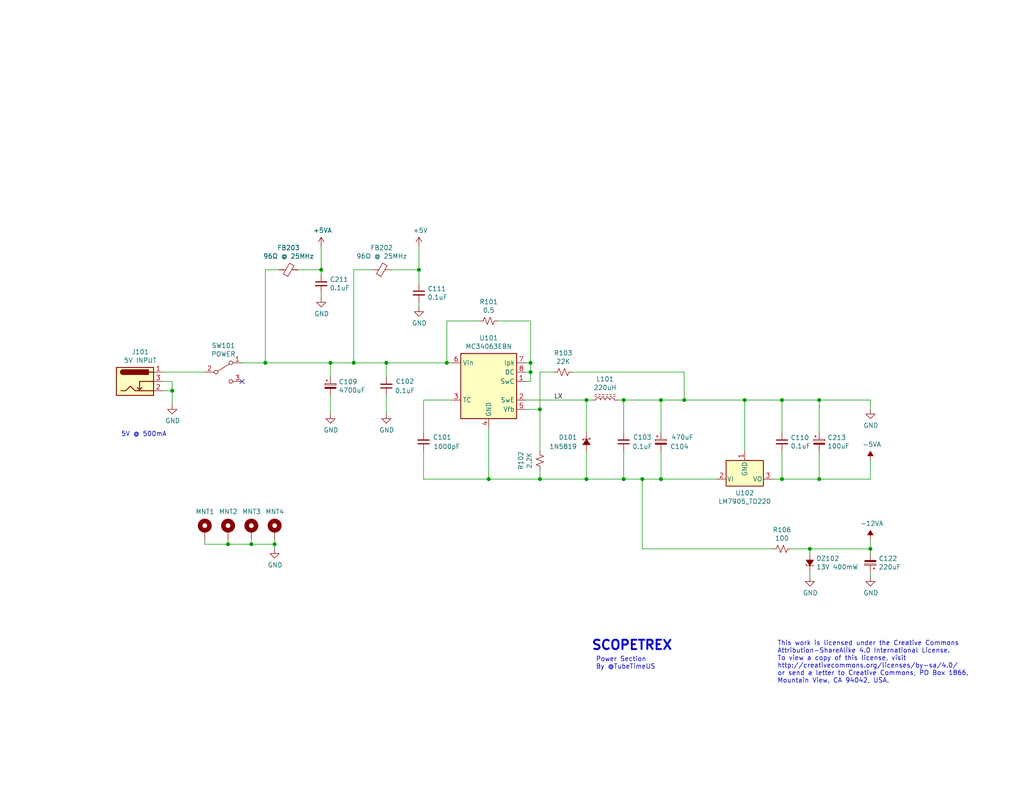
<source format=kicad_sch>
(kicad_sch (version 20211123) (generator eeschema)
  (paper "USLetter")
  (lib_symbols
    (symbol "Connector:Barrel_Jack_Switch" (pin_names hide)
      (property "Reference" "J" (at 0 5.334 0))
      (property "Value" "Barrel_Jack_Switch" (at 0 -5.08 0))
      (symbol "Barrel_Jack_Switch_0_1"
        (rectangle (start -5.08 3.81) (end 5.08 -3.81) (stroke (width 0.254)) (fill (type background)))
        (arc (start -3.302 3.175) (mid -3.937 2.54) (end -3.302 1.905) (stroke (width 0.254)))
        (arc (start -3.302 3.175) (mid -3.937 2.54) (end -3.302 1.905) (stroke (width 0.254)) (fill (type outline)))
        (polyline (pts (xy 1.27 -2.286) (xy 1.905 -1.651)) (stroke (width 0.254)))
        (polyline (pts (xy 5.08 2.54) (xy 3.81 2.54)) (stroke (width 0.254)))
        (polyline (pts (xy 5.08 0) (xy 1.27 0) (xy 1.27 -2.286) (xy 0.635 -1.651)) (stroke (width 0.254)))
        (polyline (pts (xy -3.81 -2.54) (xy -2.54 -2.54) (xy -1.27 -1.27) (xy 0 -2.54) (xy 2.54 -2.54) (xy 5.08 -2.54)) (stroke (width 0.254)))
        (rectangle (start 3.683 3.175) (end -3.302 1.905) (stroke (width 0.254)) (fill (type outline)))
      )
      (symbol "Barrel_Jack_Switch_1_1"
        (pin passive line (at 7.62 2.54 180) (length 2.54) (name "~") (number "1"))
        (pin passive line (at 7.62 -2.54 180) (length 2.54) (name "~") (number "2"))
        (pin passive line (at 7.62 0 180) (length 2.54) (name "~") (number "3"))
      )
    )
    (symbol "Device:CP_Small" (pin_numbers hide) (pin_names (offset 0.254) hide)
      (property "Reference" "C" (at 0.254 1.778 0))
      (property "Value" "Device_CP_Small" (at 0.254 -2.032 0))
      (symbol "CP_Small_0_1"
        (rectangle (start -1.524 -0.3048) (end 1.524 -0.6858) (fill (type outline)))
        (rectangle (start -1.524 0.6858) (end 1.524 0.3048))
        (polyline (pts (xy -1.27 1.524) (xy -0.762 1.524)))
        (polyline (pts (xy -1.016 1.27) (xy -1.016 1.778)))
      )
      (symbol "CP_Small_1_1"
        (pin passive line (at 0 2.54 270) (length 1.8542) (name "~") (number "1"))
        (pin passive line (at 0 -2.54 90) (length 1.8542) (name "~") (number "2"))
      )
    )
    (symbol "Device:C_Small" (pin_numbers hide) (pin_names (offset 0.254) hide)
      (property "Reference" "C" (at 0.254 1.778 0))
      (property "Value" "C_Small" (at 0.254 -2.032 0))
      (symbol "C_Small_0_1"
        (polyline (pts (xy -1.524 -0.508) (xy 1.524 -0.508)) (stroke (width 0.3302)))
        (polyline (pts (xy -1.524 0.508) (xy 1.524 0.508)) (stroke (width 0.3048)))
      )
      (symbol "C_Small_1_1"
        (pin passive line (at 0 2.54 270) (length 2.032) (name "~") (number "1"))
        (pin passive line (at 0 -2.54 90) (length 2.032) (name "~") (number "2"))
      )
    )
    (symbol "Device:D_Schottky_Small_ALT" (pin_numbers hide) (pin_names (offset 0.254) hide)
      (property "Reference" "D" (at -1.27 2.032 0))
      (property "Value" "Device_D_Schottky_Small_ALT" (at -7.112 -2.032 0))
      (symbol "D_Schottky_Small_ALT_0_1"
        (polyline (pts (xy -0.762 -1.016) (xy -0.762 1.016)))
        (polyline (pts (xy -0.762 0) (xy 0.762 0)))
        (polyline (pts (xy -0.762 -1.016) (xy -0.508 -1.016) (xy -0.508 -0.762)))
        (polyline (pts (xy -0.762 1.016) (xy -1.016 1.016) (xy -1.016 0.762)))
        (polyline (pts (xy 0.762 -1.016) (xy -0.762 0) (xy 0.762 1.016) (xy 0.762 -1.016)) (fill (type outline)))
      )
      (symbol "D_Schottky_Small_ALT_1_1"
        (pin passive line (at -2.54 0 0) (length 1.778) (name "K") (number "1"))
        (pin passive line (at 2.54 0 180) (length 1.778) (name "A") (number "2"))
      )
    )
    (symbol "Device:D_Zener_Small_ALT" (pin_numbers hide) (pin_names (offset 0.254) hide)
      (property "Reference" "D" (at 0 2.286 0))
      (property "Value" "Device_D_Zener_Small_ALT" (at 0 -2.286 0))
      (symbol "D_Zener_Small_ALT_0_1"
        (polyline (pts (xy 0.762 0) (xy -0.762 0)))
        (polyline (pts (xy -0.254 1.016) (xy -0.762 1.016) (xy -0.762 -1.016)))
        (polyline (pts (xy 0.762 1.016) (xy -0.762 0) (xy 0.762 -1.016) (xy 0.762 1.016)) (fill (type outline)))
      )
      (symbol "D_Zener_Small_ALT_1_1"
        (pin passive line (at -2.54 0 0) (length 1.778) (name "K") (number "1"))
        (pin passive line (at 2.54 0 180) (length 1.778) (name "A") (number "2"))
      )
    )
    (symbol "Device:Ferrite_Bead_Small" (pin_numbers hide) (pin_names (offset 0))
      (property "Reference" "FB" (at 1.905 1.27 0))
      (property "Value" "Device_Ferrite_Bead_Small" (at 1.905 -1.27 0))
      (symbol "Ferrite_Bead_Small_0_1"
        (polyline (pts (xy 0 -1.27) (xy 0 -0.7874)))
        (polyline (pts (xy 0 0.889) (xy 0 1.2954)))
        (polyline (pts (xy -1.8288 0.2794) (xy -1.1176 1.4986) (xy 1.8288 -0.2032) (xy 1.1176 -1.4224) (xy -1.8288 0.2794)))
      )
      (symbol "Ferrite_Bead_Small_1_1"
        (pin passive line (at 0 2.54 270) (length 1.27) (name "~") (number "1"))
        (pin passive line (at 0 -2.54 90) (length 1.27) (name "~") (number "2"))
      )
    )
    (symbol "Device:L_Core_Ferrite" (pin_numbers hide) (pin_names (offset 1.016) hide)
      (property "Reference" "L" (at -1.27 0 90))
      (property "Value" "Device_L_Core_Ferrite" (at 2.794 0 90))
      (symbol "L_Core_Ferrite_0_1"
        (arc (start 0 -2.54) (mid 0.635 -1.905) (end 0 -1.27))
        (arc (start 0 -1.27) (mid 0.635 -0.635) (end 0 0))
        (polyline (pts (xy 1.016 -2.794) (xy 1.016 -2.286)))
        (polyline (pts (xy 1.016 -1.778) (xy 1.016 -1.27)))
        (polyline (pts (xy 1.016 -0.762) (xy 1.016 -0.254)))
        (polyline (pts (xy 1.016 0.254) (xy 1.016 0.762)))
        (polyline (pts (xy 1.016 1.27) (xy 1.016 1.778)))
        (polyline (pts (xy 1.016 2.286) (xy 1.016 2.794)))
        (polyline (pts (xy 1.524 -2.286) (xy 1.524 -2.794)))
        (polyline (pts (xy 1.524 -1.27) (xy 1.524 -1.778)))
        (polyline (pts (xy 1.524 -0.254) (xy 1.524 -0.762)))
        (polyline (pts (xy 1.524 0.762) (xy 1.524 0.254)))
        (polyline (pts (xy 1.524 1.778) (xy 1.524 1.27)))
        (polyline (pts (xy 1.524 2.794) (xy 1.524 2.286)))
        (arc (start 0 0) (mid 0.635 0.635) (end 0 1.27))
        (arc (start 0 1.27) (mid 0.635 1.905) (end 0 2.54))
      )
      (symbol "L_Core_Ferrite_1_1"
        (pin passive line (at 0 3.81 270) (length 1.27) (name "1") (number "1"))
        (pin passive line (at 0 -3.81 90) (length 1.27) (name "2") (number "2"))
      )
    )
    (symbol "Device:R_Small_US" (pin_numbers hide) (pin_names (offset 0.254) hide)
      (property "Reference" "R" (at 0.762 0.508 0))
      (property "Value" "R_Small_US" (at 0.762 -1.016 0))
      (symbol "R_Small_US_1_1"
        (polyline (pts (xy 0 0) (xy 1.016 -0.381) (xy 0 -0.762) (xy -1.016 -1.143) (xy 0 -1.524)))
        (polyline (pts (xy 0 1.524) (xy 1.016 1.143) (xy 0 0.762) (xy -1.016 0.381) (xy 0 0)))
        (pin passive line (at 0 2.54 270) (length 1.016) (name "~") (number "1"))
        (pin passive line (at 0 -2.54 90) (length 1.016) (name "~") (number "2"))
      )
    )
    (symbol "Mechanical:MountingHole_Pad" (pin_numbers hide) (pin_names (offset 1.016) hide)
      (property "Reference" "H" (at 0 6.35 0))
      (property "Value" "MountingHole_Pad" (at 0 4.445 0))
      (symbol "MountingHole_Pad_0_1"
        (circle (center 0 1.27) (radius 1.27) (stroke (width 1.27)))
      )
      (symbol "MountingHole_Pad_1_1"
        (pin input line (at 0 -2.54 90) (length 2.54) (name "1") (number "1"))
      )
    )
    (symbol "Regulator_Linear:LM7905_TO220" (pin_names (offset 0.254))
      (property "Reference" "U" (at -3.81 -3.175 0))
      (property "Value" "LM7905_TO220" (at 0 -3.175 0))
      (symbol "LM7905_TO220_0_1"
        (rectangle (start -5.08 5.08) (end 5.08 -1.905) (stroke (width 0.254)) (fill (type background)))
      )
      (symbol "LM7905_TO220_1_1"
        (pin power_in line (at 0 7.62 270) (length 2.54) (name "GND") (number "1"))
        (pin power_in line (at -7.62 0 0) (length 2.54) (name "VI") (number "2"))
        (pin power_out line (at 7.62 0 180) (length 2.54) (name "VO") (number "3"))
      )
    )
    (symbol "Regulator_Switching:MC33063AD"
      (property "Reference" "U" (at -7.62 8.89 0))
      (property "Value" "MC33063AD" (at 0 8.89 0))
      (symbol "MC33063AD_0_1"
        (rectangle (start -7.62 7.62) (end 7.62 -10.16) (stroke (width 0.254)) (fill (type background)))
      )
      (symbol "MC33063AD_1_1"
        (pin open_collector line (at 10.16 0 180) (length 2.54) (name "SwC") (number "1"))
        (pin open_emitter line (at 10.16 -5.08 180) (length 2.54) (name "SwE") (number "2"))
        (pin passive line (at -10.16 -5.08 0) (length 2.54) (name "TC") (number "3"))
        (pin power_in line (at 0 -12.7 90) (length 2.54) (name "GND") (number "4"))
        (pin input line (at 10.16 -7.62 180) (length 2.54) (name "Vfb") (number "5"))
        (pin power_in line (at -10.16 5.08 0) (length 2.54) (name "Vin") (number "6"))
        (pin input line (at 10.16 5.08 180) (length 2.54) (name "Ipk") (number "7"))
        (pin open_collector line (at 10.16 2.54 180) (length 2.54) (name "DC") (number "8"))
      )
    )
    (symbol "Switch:SW_SPDT" (pin_names (offset 0) hide)
      (property "Reference" "SW" (at 0 4.318 0))
      (property "Value" "SW_SPDT" (at 0 -5.08 0))
      (symbol "SW_SPDT_0_0"
        (circle (center -2.032 0) (radius 0.508))
        (circle (center 2.032 -2.54) (radius 0.508))
      )
      (symbol "SW_SPDT_0_1"
        (polyline (pts (xy -1.524 0.254) (xy 1.651 2.286)))
        (circle (center 2.032 2.54) (radius 0.508))
      )
      (symbol "SW_SPDT_1_1"
        (pin passive line (at 5.08 2.54 180) (length 2.54) (name "A") (number "1"))
        (pin passive line (at -5.08 0 0) (length 2.54) (name "B") (number "2"))
        (pin passive line (at 5.08 -2.54 180) (length 2.54) (name "C") (number "3"))
      )
    )
    (symbol "power:+5V" (power) (pin_names (offset 0))
      (property "Value" "+5V" (at 0 3.556 0))
      (symbol "+5V_0_1"
        (polyline (pts (xy -0.762 1.27) (xy 0 2.54)))
        (polyline (pts (xy 0 0) (xy 0 2.54)))
        (polyline (pts (xy 0 2.54) (xy 0.762 1.27)))
      )
      (symbol "+5V_1_1"
        (pin power_in line (at 0 0 90) (length 0) hide (name "+5V") (number "1"))
      )
    )
    (symbol "power:+5VA" (power) (pin_names (offset 0))
      (property "Value" "+5VA" (at 0 3.556 0))
      (symbol "+5VA_0_1"
        (polyline (pts (xy -0.762 1.27) (xy 0 2.54)))
        (polyline (pts (xy 0 0) (xy 0 2.54)))
        (polyline (pts (xy 0 2.54) (xy 0.762 1.27)))
      )
      (symbol "+5VA_1_1"
        (pin power_in line (at 0 0 90) (length 0) hide (name "+5VA") (number "1"))
      )
    )
    (symbol "power:-12VA" (power) (pin_names (offset 0))
      (property "Value" "-12VA" (at 0 3.556 0))
      (symbol "-12VA_0_0"
        (pin power_in line (at 0 0 90) (length 0) hide (name "-12VA") (number "1"))
      )
      (symbol "-12VA_0_1"
        (polyline (pts (xy 0 0) (xy 0 1.27) (xy 0.762 1.27) (xy 0 2.54) (xy -0.762 1.27) (xy 0 1.27)) (fill (type outline)))
      )
    )
    (symbol "power:-5VA" (power) (pin_names (offset 0))
      (property "Value" "-5VA" (at 0 3.81 0))
      (symbol "-5VA_0_0"
        (pin power_in line (at 0 0 90) (length 0) hide (name "-5VA") (number "1"))
      )
      (symbol "-5VA_0_1"
        (polyline (pts (xy 0 0) (xy 0 1.27) (xy 0.762 1.27) (xy 0 2.54) (xy -0.762 1.27) (xy 0 1.27)) (fill (type outline)))
      )
    )
    (symbol "power:GND" (power) (pin_names (offset 0))
      (property "Value" "GND" (at 0 -3.81 0))
      (symbol "GND_0_1"
        (polyline (pts (xy 0 0) (xy 0 -1.27) (xy 1.27 -1.27) (xy 0 -2.54) (xy -1.27 -1.27) (xy 0 -1.27)))
      )
      (symbol "GND_1_1"
        (pin power_in line (at 0 0 270) (length 0) hide (name "GND") (number "1"))
      )
    )
  )
  (junction (at 144.78 101.6))
  (junction (at 121.92 99.06))
  (junction (at 170.18 130.81))
  (junction (at 160.02 130.81))
  (junction (at 74.93 148.59))
  (junction (at 144.78 99.06))
  (junction (at 170.18 109.22))
  (junction (at 223.52 109.22))
  (junction (at 180.34 109.22))
  (junction (at 68.58 148.59))
  (junction (at 160.02 109.22))
  (junction (at 96.52 99.06))
  (junction (at 203.2 109.22))
  (junction (at 147.32 130.81))
  (junction (at 223.52 130.81))
  (junction (at 237.49 149.86))
  (junction (at 72.39 99.06))
  (junction (at 180.34 130.81))
  (junction (at 105.41 99.06))
  (junction (at 220.98 149.86))
  (junction (at 62.23 148.59))
  (junction (at 133.35 130.81))
  (junction (at 213.36 109.22))
  (junction (at 87.63 73.66))
  (junction (at 175.26 130.81))
  (junction (at 90.17 99.06))
  (junction (at 46.99 106.68))
  (junction (at 147.32 111.76))
  (junction (at 114.3 73.66))
  (junction (at 213.36 130.81))
  (junction (at 186.69 109.22))
  (no_connect (at 66.04 104.14))
  (wire (pts (xy 115.57 109.22) (xy 115.57 118.11)))
  (wire (pts (xy 121.92 87.63) (xy 121.92 99.06)))
  (wire (pts (xy 186.69 109.22) (xy 203.2 109.22)))
  (wire (pts (xy 123.19 109.22) (xy 115.57 109.22)))
  (wire (pts (xy 114.3 77.47) (xy 114.3 73.66)))
  (wire (pts (xy 156.21 101.6) (xy 186.69 101.6)))
  (wire (pts (xy 223.52 130.81) (xy 237.49 130.81)))
  (wire (pts (xy 55.88 101.6) (xy 44.45 101.6)))
  (wire (pts (xy 144.78 87.63) (xy 135.89 87.63)))
  (wire (pts (xy 160.02 109.22) (xy 160.02 118.11)))
  (wire (pts (xy 106.68 73.66) (xy 114.3 73.66)))
  (wire (pts (xy 105.41 99.06) (xy 96.52 99.06)))
  (wire (pts (xy 96.52 99.06) (xy 90.17 99.06)))
  (wire (pts (xy 237.49 151.13) (xy 237.49 149.86)))
  (wire (pts (xy 147.32 130.81) (xy 160.02 130.81)))
  (wire (pts (xy 133.35 116.84) (xy 133.35 130.81)))
  (wire (pts (xy 213.36 109.22) (xy 213.36 118.11)))
  (wire (pts (xy 76.2 73.66) (xy 72.39 73.66)))
  (wire (pts (xy 213.36 109.22) (xy 223.52 109.22)))
  (wire (pts (xy 72.39 73.66) (xy 72.39 99.06)))
  (wire (pts (xy 143.51 101.6) (xy 144.78 101.6)))
  (wire (pts (xy 114.3 82.55) (xy 114.3 83.82)))
  (wire (pts (xy 115.57 130.81) (xy 133.35 130.81)))
  (wire (pts (xy 55.88 147.32) (xy 55.88 148.59)))
  (wire (pts (xy 237.49 109.22) (xy 223.52 109.22)))
  (wire (pts (xy 144.78 104.14) (xy 144.78 101.6)))
  (wire (pts (xy 72.39 99.06) (xy 66.04 99.06)))
  (wire (pts (xy 175.26 149.86) (xy 175.26 130.81)))
  (wire (pts (xy 105.41 107.95) (xy 105.41 113.03)))
  (wire (pts (xy 203.2 109.22) (xy 203.2 123.19)))
  (wire (pts (xy 237.49 130.81) (xy 237.49 125.73)))
  (wire (pts (xy 74.93 148.59) (xy 74.93 149.86)))
  (wire (pts (xy 170.18 109.22) (xy 168.91 109.22)))
  (wire (pts (xy 96.52 73.66) (xy 96.52 99.06)))
  (wire (pts (xy 213.36 130.81) (xy 223.52 130.81)))
  (wire (pts (xy 87.63 67.31) (xy 87.63 73.66)))
  (wire (pts (xy 74.93 148.59) (xy 74.93 147.32)))
  (wire (pts (xy 215.9 149.86) (xy 220.98 149.86)))
  (wire (pts (xy 237.49 149.86) (xy 237.49 147.32)))
  (wire (pts (xy 115.57 123.19) (xy 115.57 130.81)))
  (wire (pts (xy 195.58 130.81) (xy 180.34 130.81)))
  (wire (pts (xy 55.88 148.59) (xy 62.23 148.59)))
  (wire (pts (xy 151.13 101.6) (xy 147.32 101.6)))
  (wire (pts (xy 72.39 99.06) (xy 90.17 99.06)))
  (wire (pts (xy 180.34 109.22) (xy 170.18 109.22)))
  (wire (pts (xy 46.99 104.14) (xy 46.99 106.68)))
  (wire (pts (xy 87.63 73.66) (xy 81.28 73.66)))
  (wire (pts (xy 237.49 109.22) (xy 237.49 111.76)))
  (wire (pts (xy 123.19 99.06) (xy 121.92 99.06)))
  (wire (pts (xy 121.92 99.06) (xy 105.41 99.06)))
  (wire (pts (xy 90.17 99.06) (xy 90.17 102.87)))
  (wire (pts (xy 68.58 147.32) (xy 68.58 148.59)))
  (wire (pts (xy 210.82 149.86) (xy 175.26 149.86)))
  (wire (pts (xy 147.32 123.19) (xy 147.32 111.76)))
  (wire (pts (xy 143.51 104.14) (xy 144.78 104.14)))
  (wire (pts (xy 44.45 106.68) (xy 46.99 106.68)))
  (wire (pts (xy 143.51 99.06) (xy 144.78 99.06)))
  (wire (pts (xy 68.58 148.59) (xy 74.93 148.59)))
  (wire (pts (xy 186.69 109.22) (xy 180.34 109.22)))
  (wire (pts (xy 213.36 130.81) (xy 210.82 130.81)))
  (wire (pts (xy 213.36 123.19) (xy 213.36 130.81)))
  (wire (pts (xy 223.52 109.22) (xy 223.52 118.11)))
  (wire (pts (xy 220.98 149.86) (xy 220.98 151.13)))
  (wire (pts (xy 90.17 107.95) (xy 90.17 113.03)))
  (wire (pts (xy 175.26 130.81) (xy 170.18 130.81)))
  (wire (pts (xy 237.49 149.86) (xy 220.98 149.86)))
  (wire (pts (xy 147.32 111.76) (xy 143.51 111.76)))
  (wire (pts (xy 87.63 80.01) (xy 87.63 81.28)))
  (wire (pts (xy 46.99 106.68) (xy 46.99 110.49)))
  (wire (pts (xy 180.34 130.81) (xy 175.26 130.81)))
  (wire (pts (xy 114.3 73.66) (xy 114.3 67.31)))
  (wire (pts (xy 147.32 101.6) (xy 147.32 111.76)))
  (wire (pts (xy 147.32 128.27) (xy 147.32 130.81)))
  (wire (pts (xy 160.02 109.22) (xy 161.29 109.22)))
  (wire (pts (xy 180.34 123.19) (xy 180.34 130.81)))
  (wire (pts (xy 170.18 130.81) (xy 160.02 130.81)))
  (wire (pts (xy 223.52 123.19) (xy 223.52 130.81)))
  (wire (pts (xy 62.23 148.59) (xy 68.58 148.59)))
  (wire (pts (xy 180.34 109.22) (xy 180.34 118.11)))
  (wire (pts (xy 44.45 104.14) (xy 46.99 104.14)))
  (wire (pts (xy 96.52 73.66) (xy 101.6 73.66)))
  (wire (pts (xy 144.78 101.6) (xy 144.78 99.06)))
  (wire (pts (xy 186.69 101.6) (xy 186.69 109.22)))
  (wire (pts (xy 130.81 87.63) (xy 121.92 87.63)))
  (wire (pts (xy 203.2 109.22) (xy 213.36 109.22)))
  (wire (pts (xy 170.18 123.19) (xy 170.18 130.81)))
  (wire (pts (xy 62.23 147.32) (xy 62.23 148.59)))
  (wire (pts (xy 237.49 156.21) (xy 237.49 157.48)))
  (wire (pts (xy 143.51 109.22) (xy 160.02 109.22)))
  (wire (pts (xy 220.98 156.21) (xy 220.98 157.48)))
  (wire (pts (xy 105.41 102.87) (xy 105.41 99.06)))
  (wire (pts (xy 160.02 130.81) (xy 160.02 123.19)))
  (wire (pts (xy 87.63 73.66) (xy 87.63 74.93)))
  (wire (pts (xy 133.35 130.81) (xy 147.32 130.81)))
  (wire (pts (xy 144.78 99.06) (xy 144.78 87.63)))
  (wire (pts (xy 170.18 118.11) (xy 170.18 109.22)))
  (text "Power Section\nBy @TubeTimeUS" (at 162.56 182.88 0) (effects (font (size 1.27 1.27)) (justify left bottom)))
  (text "This work is licensed under the Creative Commons\nAttribution-ShareAlike 4.0 International License.\nTo view a copy of this license, visit \nhttp://creativecommons.org/licenses/by-sa/4.0/\nor send a letter to Creative Commons, PO Box 1866,\nMountain View, CA 94042, USA." (at 212.09 186.69 0) (effects (font (size 1.27 1.27)) (justify left bottom)))
  (text "SCOPETREX" (at 161.29 177.8 0) (effects (font (size 2.54 2.54) (thickness 0.508) bold) (justify left bottom)))
  (text "5V @ 500mA" (at 33.02 119.38 0) (effects (font (size 1.27 1.27)) (justify left bottom)))
  (label "LX" (at 151.13 109.22 0))
  (symbol (lib_id "Regulator_Linear:LM7905_TO220") (at 203.2 130.81 0) (unit 1)
    (property "Reference" "U102" (at 203.2 134.5946 0))
    (property "Value" "LM7905_TO220" (at 203.2 136.906 0))
    (property "Footprint" "TO_SOT_Packages_THT:TO-220-3_Vertical" (effects hide))
    (property "Datasheet" "http://www.fairchildsemi.com/ds/LM/LM7905.pdf" (effects hide))
    (property "Mouser" "926-LM7905CT/NOPB" (effects hide))
  )
  (symbol (lib_id "Device:CP_Small") (at 90.17 105.41 0) (unit 1)
    (property "Reference" "C109" (at 92.4052 104.2416 0) (effects (justify left)))
    (property "Value" "4700uF" (at 92.4052 106.553 0) (effects (justify left)))
    (property "Footprint" "Passive:CAPAE750P1600X2500" (effects hide))
    (property "Mouser" "667-EEU-FS1C472S" (effects hide))
  )
  (symbol (lib_id "Device:C_Small") (at 115.57 120.65 180) (unit 1)
    (property "Reference" "C101" (at 120.65 119.38 0))
    (property "Value" "1000pF" (at 121.92 121.92 0))
    (property "Footprint" "Passive:C_Disc_D0.2in_W0.1in_P0.2in" (effects hide))
    (property "Mouser" "581-SR211A102JAR" (effects hide))
  )
  (symbol (lib_id "Device:C_Small") (at 105.41 105.41 180) (unit 1)
    (property "Reference" "C102" (at 110.49 104.14 0))
    (property "Value" "0.1uF" (at 110.49 106.68 0))
    (property "Footprint" "Passive:C_Disc_D0.2in_W0.1in_P0.2in" (effects hide))
    (property "Mouser" "581-SR215C104K" (effects hide))
  )
  (symbol (lib_id "Device:C_Small") (at 114.3 80.01 0) (unit 1)
    (property "Reference" "C111" (at 116.6368 78.8416 0) (effects (justify left)))
    (property "Value" "0.1uF" (at 116.6368 81.153 0) (effects (justify left)))
    (property "Footprint" "Passive:C_Disc_D0.2in_W0.1in_P0.2in" (effects hide))
    (property "Mouser" "581-SR215C104K" (effects hide))
  )
  (symbol (lib_id "Device:C_Small") (at 213.36 120.65 0) (unit 1)
    (property "Reference" "C110" (at 215.6968 119.4816 0) (effects (justify left)))
    (property "Value" "0.1uF" (at 215.6968 121.793 0) (effects (justify left)))
    (property "Footprint" "Passive:C_Disc_D0.2in_W0.1in_P0.2in" (effects hide))
    (property "Mouser" "581-SR215C104K" (effects hide))
  )
  (symbol (lib_id "power:+5V") (at 114.3 67.31 0) (unit 1)
    (property "Reference" "#PWR0196" (effects hide))
    (property "Value" "+5V" (at 114.681 62.9158 0))
  )
  (symbol (lib_id "Connector:Barrel_Jack_Switch") (at 36.83 104.14 0) (unit 1)
    (property "Reference" "J101" (at 38.2778 96.0882 0))
    (property "Value" "5V INPUT" (at 38.2778 98.3996 0))
    (property "Footprint" "Conn:CUI_PJ-002B" (effects hide))
    (property "Mouser" "490-PJ-002B" (effects hide))
  )
  (symbol (lib_id "power:GND") (at 46.99 110.49 0) (unit 1)
    (property "Reference" "#PWR0198" (effects hide))
    (property "Value" "GND" (at 47.117 114.8842 0))
  )
  (symbol (lib_id "Device:CP_Small") (at 180.34 120.65 0) (unit 1)
    (property "Reference" "C104" (at 187.96 121.92 0) (effects (justify right)))
    (property "Value" "470uF" (at 189.23 119.38 0) (effects (justify right)))
    (property "Footprint" "Passive:CAPAE500P1000X1500" (effects hide))
    (property "Mouser" "80-ESL477M025AH9AA" (effects hide))
  )
  (symbol (lib_id "Device:R_Small_US") (at 213.36 149.86 270) (unit 1)
    (property "Reference" "R106" (at 213.36 144.653 90))
    (property "Value" "100" (at 213.36 146.9644 90))
    (property "Footprint" "Passive:RESA500" (effects hide))
    (property "Mouser" "603-CFR-25JR-52100R" (effects hide))
  )
  (symbol (lib_id "Device:D_Zener_Small_ALT") (at 220.98 153.67 90) (unit 1)
    (property "Reference" "DZ102" (at 222.7072 152.5016 90) (effects (justify right)))
    (property "Value" "13V 400mW" (at 222.7072 154.813 90) (effects (justify right)))
    (property "Footprint" "Passive:DIOA500" (effects hide))
    (property "Mouser" "512-1N4743ATR" (effects hide))
  )
  (symbol (lib_id "power:GND") (at 220.98 157.48 0) (unit 1)
    (property "Reference" "#PWR0201" (effects hide))
    (property "Value" "GND" (at 221.107 161.8742 0))
  )
  (symbol (lib_id "Device:CP_Small") (at 237.49 153.67 180) (unit 1)
    (property "Reference" "C122" (at 239.7252 152.5016 0) (effects (justify right)))
    (property "Value" "220uF" (at 239.7252 154.813 0) (effects (justify right)))
    (property "Footprint" "Passive:CAPAE250P630X1100" (effects hide))
    (property "Mouser" "647-UVY1E221MED1TD" (effects hide))
  )
  (symbol (lib_id "power:GND") (at 237.49 157.48 0) (unit 1)
    (property "Reference" "#PWR0202" (effects hide))
    (property "Value" "GND" (at 237.617 161.8742 0))
  )
  (symbol (lib_id "power:-12VA") (at 237.49 147.32 0) (unit 1)
    (property "Reference" "#PWR0203" (effects hide))
    (property "Value" "-12VA" (at 237.871 142.9258 0))
  )
  (symbol (lib_id "power:+5VA") (at 87.63 67.31 0) (unit 1)
    (property "Reference" "#PWR0204" (effects hide))
    (property "Value" "+5VA" (at 88.011 62.9158 0))
  )
  (symbol (lib_id "Device:Ferrite_Bead_Small") (at 104.14 73.66 270) (unit 1)
    (property "Reference" "FB202" (at 104.14 67.6402 90))
    (property "Value" "96Ω @ 25MHz" (at 104.14 69.9516 90))
    (property "Footprint" "Passive:FB254" (effects hide))
    (property "Mouser" "623-2743007112" (effects hide))
  )
  (symbol (lib_id "Device:CP_Small") (at 223.52 120.65 0) (unit 1)
    (property "Reference" "C213" (at 225.7552 119.4816 0) (effects (justify left)))
    (property "Value" "100uF" (at 225.7552 121.793 0) (effects (justify left)))
    (property "Footprint" "Passive:CAPAE200P500X1100" (effects hide))
    (property "Mouser" "647-UVY1E101MDD1TD" (effects hide))
  )
  (symbol (lib_id "power:-5VA") (at 237.49 125.73 0) (unit 1)
    (property "Reference" "#PWR0197" (effects hide))
    (property "Value" "-5VA" (at 237.871 121.3358 0))
  )
  (symbol (lib_id "Mechanical:MountingHole_Pad") (at 55.88 144.78 0) (unit 1)
    (property "Reference" "MNT1" (at 53.34 139.7 0) (effects (justify left)))
    (property "Value" "MountingHole_Pad" (effects hide))
    (property "Footprint" "Mounting_Holes:MountingHole_3.5mm_Pad" (effects hide))
  )
  (symbol (lib_id "Mechanical:MountingHole_Pad") (at 62.23 144.78 0) (unit 1)
    (property "Reference" "MNT2" (at 59.69 139.7 0) (effects (justify left)))
    (property "Value" "MountingHole_Pad" (effects hide))
    (property "Footprint" "Mounting_Holes:MountingHole_3.5mm_Pad" (effects hide))
  )
  (symbol (lib_id "Mechanical:MountingHole_Pad") (at 68.58 144.78 0) (unit 1)
    (property "Reference" "MNT3" (at 66.04 139.7 0) (effects (justify left)))
    (property "Value" "MountingHole_Pad" (effects hide))
    (property "Footprint" "Mounting_Holes:MountingHole_3.5mm_Pad" (effects hide))
  )
  (symbol (lib_id "Mechanical:MountingHole_Pad") (at 74.93 144.78 0) (unit 1)
    (property "Reference" "MNT4" (at 72.39 139.7 0) (effects (justify left)))
    (property "Value" "MountingHole_Pad" (effects hide))
    (property "Footprint" "Mounting_Holes:MountingHole_3.5mm_Pad" (effects hide))
  )
  (symbol (lib_id "power:GND") (at 74.93 149.86 0) (unit 1)
    (property "Reference" "#PWR0222" (effects hide))
    (property "Value" "GND" (at 75.057 154.2542 0))
  )
  (symbol (lib_id "Device:Ferrite_Bead_Small") (at 78.74 73.66 270) (unit 1)
    (property "Reference" "FB203" (at 78.74 67.6402 90))
    (property "Value" "96Ω @ 25MHz" (at 78.74 69.9516 90))
    (property "Footprint" "Passive:FB254" (effects hide))
    (property "Mouser" "623-2743007112" (effects hide))
  )
  (symbol (lib_id "Regulator_Switching:MC33063AD") (at 133.35 104.14 0) (unit 1)
    (property "Reference" "U101" (at 133.35 92.2782 0))
    (property "Value" "MC34063EBN" (at 133.35 94.5896 0))
    (property "Footprint" "Active:DIP254P762X635-8" (effects hide))
    (property "Mouser" "511-MC34063EBN" (effects hide))
  )
  (symbol (lib_id "power:GND") (at 90.17 113.03 0) (unit 1)
    (property "Reference" "#PWR0229" (effects hide))
    (property "Value" "GND" (at 90.297 117.4242 0))
  )
  (symbol (lib_id "power:GND") (at 105.41 113.03 0) (unit 1)
    (property "Reference" "#PWR0230" (effects hide))
    (property "Value" "GND" (at 105.537 117.4242 0))
  )
  (symbol (lib_id "Device:R_Small_US") (at 133.35 87.63 270) (unit 1)
    (property "Reference" "R101" (at 133.35 82.423 90))
    (property "Value" "0.5" (at 133.35 84.7344 90))
    (property "Footprint" "Passive:RESA500" (effects hide))
    (property "Mouser" "660-CF1/4CR50J" (effects hide))
  )
  (symbol (lib_id "Device:L_Core_Ferrite") (at 165.1 109.22 90) (unit 1)
    (property "Reference" "L101" (at 165.1 103.505 90))
    (property "Value" "220uH" (at 165.1 105.8164 90))
    (property "Footprint" "Passive:INDA500P780X750" (effects hide))
    (property "Mouser" "851-RCR875DNP-221K" (effects hide))
  )
  (symbol (lib_id "power:GND") (at 237.49 111.76 0) (unit 1)
    (property "Reference" "#PWR0231" (effects hide))
    (property "Value" "GND" (at 237.617 116.1542 0))
  )
  (symbol (lib_id "Device:D_Schottky_Small_ALT") (at 160.02 120.65 270) (unit 1)
    (property "Reference" "D101" (at 152.4 119.38 90) (effects (justify left)))
    (property "Value" "1N5819" (at 149.86 121.92 90) (effects (justify left)))
    (property "Footprint" "Passive:DIOA500" (effects hide))
    (property "Mouser" "511-1N5819" (effects hide))
  )
  (symbol (lib_id "Device:R_Small_US") (at 147.32 125.73 0) (unit 1)
    (property "Reference" "R102" (at 142.113 125.73 90))
    (property "Value" "2.2K" (at 144.4244 125.73 90))
    (property "Footprint" "Passive:RESA500" (effects hide))
    (property "Mouser" "603-CFR-25JR-522K2" (effects hide))
  )
  (symbol (lib_id "Device:R_Small_US") (at 153.67 101.6 270) (unit 1)
    (property "Reference" "R103" (at 153.67 96.393 90))
    (property "Value" "22K" (at 153.67 98.7044 90))
    (property "Footprint" "Passive:RESA500" (effects hide))
    (property "Mouser" "603-CFR-25JR-5222K" (effects hide))
  )
  (symbol (lib_id "Device:C_Small") (at 170.18 120.65 180) (unit 1)
    (property "Reference" "C103" (at 175.26 119.38 0))
    (property "Value" "0.1uF" (at 175.26 121.92 0))
    (property "Footprint" "Passive:C_Disc_D0.2in_W0.1in_P0.2in" (effects hide))
    (property "Mouser" "581-SR215C104K" (effects hide))
  )
  (symbol (lib_id "power:GND") (at 114.3 83.82 0) (unit 1)
    (property "Reference" "#PWR0232" (effects hide))
    (property "Value" "GND" (at 114.427 88.2142 0))
  )
  (symbol (lib_id "Device:C_Small") (at 87.63 77.47 0) (unit 1)
    (property "Reference" "C211" (at 89.9668 76.3016 0) (effects (justify left)))
    (property "Value" "0.1uF" (at 89.9668 78.613 0) (effects (justify left)))
    (property "Footprint" "Passive:C_Disc_D0.2in_W0.1in_P0.2in" (effects hide))
    (property "Mouser" "581-SR215C104K" (effects hide))
  )
  (symbol (lib_id "power:GND") (at 87.63 81.28 0) (unit 1)
    (property "Reference" "#PWR0233" (effects hide))
    (property "Value" "GND" (at 87.757 85.6742 0))
  )
  (symbol (lib_id "Switch:SW_SPDT") (at 60.96 101.6 0) (unit 1)
    (property "Reference" "SW101" (at 60.96 94.361 0))
    (property "Value" "POWER" (at 60.96 96.6724 0))
    (property "Footprint" "Switch:NKK_CS12ANW03" (effects hide))
    (property "Mouser" "633-CS12ANW03" (effects hide))
  )
)
</source>
